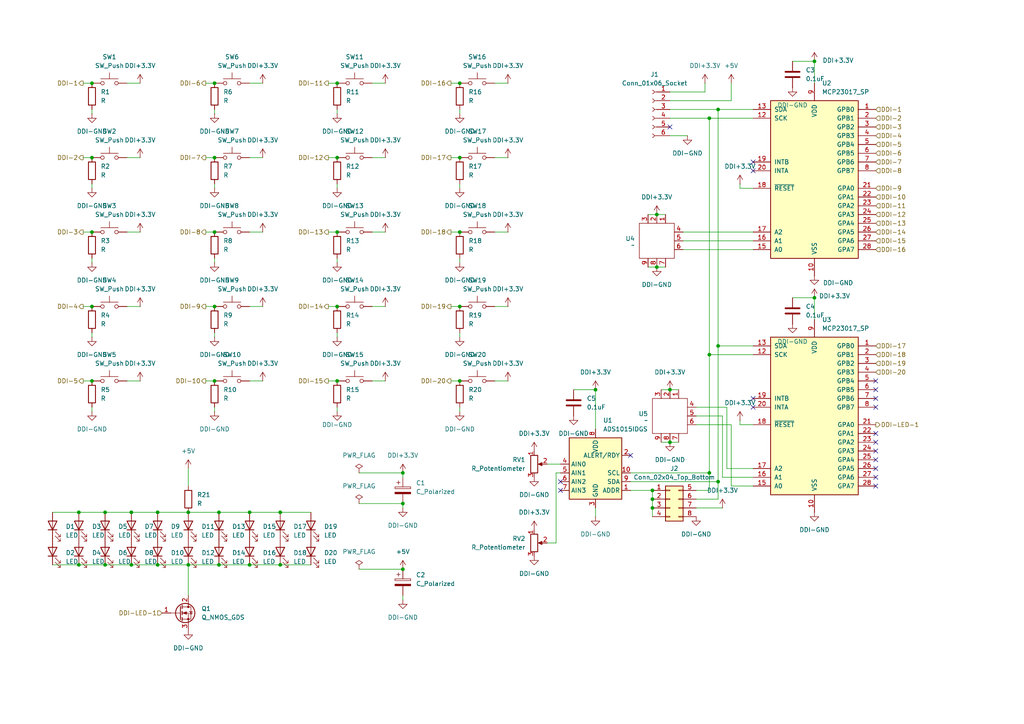
<source format=kicad_sch>
(kicad_sch (version 20231120) (generator "eeschema") (generator_version "8.0")
  (paper "A4")
  (junction (at 62.23 67.31))
  (junction (at 22.86 163.83))
  (junction (at 22.86 148.59))
  (junction (at 190.5 77.47))
  (junction (at 26.67 67.31))
  (junction (at 62.23 45.72))
  (junction (at 236.22 17.78))
  (junction (at 38.1 163.83))
  (junction (at 81.28 148.59))
  (junction (at 81.28 163.83))
  (junction (at 26.67 88.9))
  (junction (at 30.48 148.59))
  (junction (at 172.72 113.03))
  (junction (at 189.23 142.24))
  (junction (at 205.74 102.87))
  (junction (at 189.23 144.78))
  (junction (at 62.23 110.49))
  (junction (at 205.74 34.29))
  (junction (at 26.67 110.49))
  (junction (at 45.72 163.83))
  (junction (at 133.35 110.49))
  (junction (at 208.28 139.7))
  (junction (at 38.1 148.59))
  (junction (at 190.5 62.23))
  (junction (at 205.74 137.16))
  (junction (at 116.84 165.1))
  (junction (at 116.84 146.05))
  (junction (at 208.28 31.75))
  (junction (at 194.31 128.27))
  (junction (at 26.67 24.13))
  (junction (at 133.35 67.31))
  (junction (at 72.39 163.83))
  (junction (at 133.35 45.72))
  (junction (at 26.67 45.72))
  (junction (at 116.84 137.16))
  (junction (at 236.22 86.36))
  (junction (at 63.5 148.59))
  (junction (at 54.61 163.83))
  (junction (at 97.79 24.13))
  (junction (at 62.23 24.13))
  (junction (at 72.39 148.59))
  (junction (at 30.48 163.83))
  (junction (at 97.79 67.31))
  (junction (at 97.79 45.72))
  (junction (at 97.79 110.49))
  (junction (at 133.35 24.13))
  (junction (at 97.79 88.9))
  (junction (at 54.61 148.59))
  (junction (at 63.5 163.83))
  (junction (at 45.72 148.59))
  (junction (at 194.31 113.03))
  (junction (at 189.23 147.32))
  (junction (at 62.23 88.9))
  (junction (at 133.35 88.9))
  (junction (at 208.28 100.33))
  (no_connect (at 254 133.35))
  (no_connect (at 254 135.89))
  (no_connect (at 218.44 46.99))
  (no_connect (at 254 128.27))
  (no_connect (at 162.56 139.7))
  (no_connect (at 162.56 142.24))
  (no_connect (at 218.44 49.53))
  (no_connect (at 254 113.03))
  (no_connect (at 182.88 132.08))
  (no_connect (at 254 125.73))
  (no_connect (at 194.31 36.83))
  (no_connect (at 254 118.11))
  (no_connect (at 254 138.43))
  (no_connect (at 254 130.81))
  (no_connect (at 254 140.97))
  (no_connect (at 254 110.49))
  (no_connect (at 254 115.57))
  (no_connect (at 218.44 115.57))
  (no_connect (at 218.44 118.11))
  (wire (pts (xy 97.79 74.93) (xy 97.79 76.2)))
  (wire (pts (xy 54.61 163.83) (xy 63.5 163.83)))
  (wire (pts (xy 107.95 67.31) (xy 111.76 67.31)))
  (wire (pts (xy 189.23 147.32) (xy 189.23 149.86)))
  (wire (pts (xy 201.93 118.11) (xy 210.82 118.11)))
  (wire (pts (xy 214.63 123.19) (xy 218.44 123.19)))
  (wire (pts (xy 190.5 77.47) (xy 193.04 77.47)))
  (wire (pts (xy 143.51 45.72) (xy 147.32 45.72)))
  (wire (pts (xy 201.93 144.78) (xy 208.28 144.78)))
  (wire (pts (xy 161.29 137.16) (xy 161.29 157.48)))
  (wire (pts (xy 191.77 128.27) (xy 194.31 128.27)))
  (wire (pts (xy 204.47 24.13) (xy 204.47 26.67)))
  (wire (pts (xy 72.39 110.49) (xy 76.2 110.49)))
  (wire (pts (xy 236.22 86.36) (xy 236.22 92.71)))
  (wire (pts (xy 26.67 53.34) (xy 26.67 54.61)))
  (wire (pts (xy 210.82 135.89) (xy 218.44 135.89)))
  (wire (pts (xy 208.28 31.75) (xy 208.28 100.33)))
  (wire (pts (xy 133.35 31.75) (xy 133.35 33.02)))
  (wire (pts (xy 214.63 121.92) (xy 214.63 123.19)))
  (wire (pts (xy 218.44 102.87) (xy 205.74 102.87)))
  (wire (pts (xy 26.67 74.93) (xy 26.67 76.2)))
  (wire (pts (xy 95.25 67.31) (xy 97.79 67.31)))
  (wire (pts (xy 201.93 123.19) (xy 212.09 123.19)))
  (wire (pts (xy 62.23 74.93) (xy 62.23 76.2)))
  (wire (pts (xy 97.79 53.34) (xy 97.79 54.61)))
  (wire (pts (xy 38.1 148.59) (xy 45.72 148.59)))
  (wire (pts (xy 95.25 24.13) (xy 97.79 24.13)))
  (wire (pts (xy 104.14 137.16) (xy 116.84 137.16)))
  (wire (pts (xy 24.13 24.13) (xy 26.67 24.13)))
  (wire (pts (xy 72.39 148.59) (xy 81.28 148.59)))
  (wire (pts (xy 36.83 24.13) (xy 40.64 24.13)))
  (wire (pts (xy 172.72 124.46) (xy 172.72 113.03)))
  (wire (pts (xy 107.95 88.9) (xy 111.76 88.9)))
  (wire (pts (xy 212.09 123.19) (xy 212.09 140.97)))
  (wire (pts (xy 104.14 146.05) (xy 116.84 146.05)))
  (wire (pts (xy 143.51 88.9) (xy 147.32 88.9)))
  (wire (pts (xy 143.51 24.13) (xy 147.32 24.13)))
  (wire (pts (xy 187.96 62.23) (xy 190.5 62.23)))
  (wire (pts (xy 81.28 163.83) (xy 90.17 163.83)))
  (wire (pts (xy 205.74 34.29) (xy 205.74 102.87)))
  (wire (pts (xy 194.31 128.27) (xy 196.85 128.27)))
  (wire (pts (xy 107.95 24.13) (xy 111.76 24.13)))
  (wire (pts (xy 189.23 142.24) (xy 182.88 142.24)))
  (wire (pts (xy 59.69 45.72) (xy 62.23 45.72)))
  (wire (pts (xy 45.72 148.59) (xy 54.61 148.59)))
  (wire (pts (xy 189.23 144.78) (xy 189.23 147.32)))
  (wire (pts (xy 59.69 88.9) (xy 62.23 88.9)))
  (wire (pts (xy 15.24 148.59) (xy 22.86 148.59)))
  (wire (pts (xy 172.72 147.32) (xy 172.72 149.86)))
  (wire (pts (xy 54.61 163.83) (xy 54.61 172.72)))
  (wire (pts (xy 72.39 24.13) (xy 76.2 24.13)))
  (wire (pts (xy 189.23 142.24) (xy 189.23 144.78)))
  (wire (pts (xy 236.22 17.78) (xy 236.22 24.13)))
  (wire (pts (xy 229.87 86.36) (xy 236.22 86.36)))
  (wire (pts (xy 133.35 118.11) (xy 133.35 119.38)))
  (wire (pts (xy 62.23 53.34) (xy 62.23 54.61)))
  (wire (pts (xy 24.13 110.49) (xy 26.67 110.49)))
  (wire (pts (xy 72.39 88.9) (xy 76.2 88.9)))
  (wire (pts (xy 36.83 110.49) (xy 40.64 110.49)))
  (wire (pts (xy 62.23 31.75) (xy 62.23 33.02)))
  (wire (pts (xy 133.35 74.93) (xy 133.35 76.2)))
  (wire (pts (xy 190.5 62.23) (xy 193.04 62.23)))
  (wire (pts (xy 54.61 135.89) (xy 54.61 140.97)))
  (wire (pts (xy 143.51 67.31) (xy 147.32 67.31)))
  (wire (pts (xy 194.31 113.03) (xy 196.85 113.03)))
  (wire (pts (xy 130.81 88.9) (xy 133.35 88.9)))
  (wire (pts (xy 36.83 67.31) (xy 40.64 67.31)))
  (wire (pts (xy 72.39 163.83) (xy 81.28 163.83)))
  (wire (pts (xy 54.61 148.59) (xy 63.5 148.59)))
  (wire (pts (xy 187.96 77.47) (xy 190.5 77.47)))
  (wire (pts (xy 95.25 45.72) (xy 97.79 45.72)))
  (wire (pts (xy 229.87 17.78) (xy 236.22 17.78)))
  (wire (pts (xy 130.81 110.49) (xy 133.35 110.49)))
  (wire (pts (xy 182.88 137.16) (xy 205.74 137.16)))
  (wire (pts (xy 97.79 96.52) (xy 97.79 97.79)))
  (wire (pts (xy 95.25 110.49) (xy 97.79 110.49)))
  (wire (pts (xy 133.35 53.34) (xy 133.35 54.61)))
  (wire (pts (xy 104.14 165.1) (xy 116.84 165.1)))
  (wire (pts (xy 107.95 110.49) (xy 111.76 110.49)))
  (wire (pts (xy 212.09 29.21) (xy 212.09 24.13)))
  (wire (pts (xy 205.74 34.29) (xy 218.44 34.29)))
  (wire (pts (xy 133.35 96.52) (xy 133.35 97.79)))
  (wire (pts (xy 208.28 31.75) (xy 218.44 31.75)))
  (wire (pts (xy 201.93 147.32) (xy 209.55 147.32)))
  (wire (pts (xy 208.28 144.78) (xy 208.28 139.7)))
  (wire (pts (xy 198.12 67.31) (xy 218.44 67.31)))
  (wire (pts (xy 26.67 96.52) (xy 26.67 97.79)))
  (wire (pts (xy 62.23 118.11) (xy 62.23 119.38)))
  (wire (pts (xy 194.31 34.29) (xy 205.74 34.29)))
  (wire (pts (xy 38.1 163.83) (xy 45.72 163.83)))
  (wire (pts (xy 81.28 148.59) (xy 90.17 148.59)))
  (wire (pts (xy 116.84 146.05) (xy 116.84 147.32)))
  (wire (pts (xy 209.55 120.65) (xy 201.93 120.65)))
  (wire (pts (xy 36.83 88.9) (xy 40.64 88.9)))
  (wire (pts (xy 15.24 163.83) (xy 22.86 163.83)))
  (wire (pts (xy 26.67 31.75) (xy 26.67 33.02)))
  (wire (pts (xy 214.63 53.34) (xy 214.63 54.61)))
  (wire (pts (xy 143.51 110.49) (xy 147.32 110.49)))
  (wire (pts (xy 59.69 110.49) (xy 62.23 110.49)))
  (wire (pts (xy 194.31 39.37) (xy 199.39 39.37)))
  (wire (pts (xy 166.37 113.03) (xy 172.72 113.03)))
  (wire (pts (xy 97.79 118.11) (xy 97.79 119.38)))
  (wire (pts (xy 130.81 67.31) (xy 133.35 67.31)))
  (wire (pts (xy 218.44 138.43) (xy 209.55 138.43)))
  (wire (pts (xy 63.5 148.59) (xy 72.39 148.59)))
  (wire (pts (xy 116.84 138.43) (xy 116.84 137.16)))
  (wire (pts (xy 205.74 102.87) (xy 205.74 137.16)))
  (wire (pts (xy 194.31 26.67) (xy 204.47 26.67)))
  (wire (pts (xy 208.28 100.33) (xy 208.28 139.7)))
  (wire (pts (xy 130.81 45.72) (xy 133.35 45.72)))
  (wire (pts (xy 158.75 134.62) (xy 162.56 134.62)))
  (wire (pts (xy 209.55 138.43) (xy 209.55 120.65)))
  (wire (pts (xy 30.48 148.59) (xy 38.1 148.59)))
  (wire (pts (xy 130.81 24.13) (xy 133.35 24.13)))
  (wire (pts (xy 218.44 100.33) (xy 208.28 100.33)))
  (wire (pts (xy 201.93 142.24) (xy 205.74 142.24)))
  (wire (pts (xy 194.31 31.75) (xy 208.28 31.75)))
  (wire (pts (xy 24.13 45.72) (xy 26.67 45.72)))
  (wire (pts (xy 194.31 29.21) (xy 212.09 29.21)))
  (wire (pts (xy 72.39 45.72) (xy 76.2 45.72)))
  (wire (pts (xy 62.23 96.52) (xy 62.23 97.79)))
  (wire (pts (xy 22.86 148.59) (xy 30.48 148.59)))
  (wire (pts (xy 24.13 67.31) (xy 26.67 67.31)))
  (wire (pts (xy 72.39 67.31) (xy 76.2 67.31)))
  (wire (pts (xy 30.48 163.83) (xy 38.1 163.83)))
  (wire (pts (xy 198.12 72.39) (xy 218.44 72.39)))
  (wire (pts (xy 59.69 24.13) (xy 62.23 24.13)))
  (wire (pts (xy 59.69 67.31) (xy 62.23 67.31)))
  (wire (pts (xy 116.84 172.72) (xy 116.84 173.99)))
  (wire (pts (xy 45.72 163.83) (xy 54.61 163.83)))
  (wire (pts (xy 97.79 31.75) (xy 97.79 33.02)))
  (wire (pts (xy 95.25 88.9) (xy 97.79 88.9)))
  (wire (pts (xy 36.83 45.72) (xy 40.64 45.72)))
  (wire (pts (xy 182.88 139.7) (xy 208.28 139.7)))
  (wire (pts (xy 22.86 163.83) (xy 30.48 163.83)))
  (wire (pts (xy 191.77 113.03) (xy 194.31 113.03)))
  (wire (pts (xy 107.95 45.72) (xy 111.76 45.72)))
  (wire (pts (xy 198.12 69.85) (xy 218.44 69.85)))
  (wire (pts (xy 218.44 54.61) (xy 214.63 54.61)))
  (wire (pts (xy 158.75 157.48) (xy 161.29 157.48)))
  (wire (pts (xy 210.82 118.11) (xy 210.82 135.89)))
  (wire (pts (xy 26.67 118.11) (xy 26.67 119.38)))
  (wire (pts (xy 63.5 163.83) (xy 72.39 163.83)))
  (wire (pts (xy 161.29 137.16) (xy 162.56 137.16)))
  (wire (pts (xy 212.09 140.97) (xy 218.44 140.97)))
  (wire (pts (xy 205.74 142.24) (xy 205.74 137.16)))
  (wire (pts (xy 24.13 88.9) (xy 26.67 88.9)))
  (hierarchical_label "DDI-19" (shape input) (at 254 105.41 0))
  (hierarchical_label "DDI-10" (shape input) (at 254 57.15 0))
  (hierarchical_label "DDI-2" (shape input) (at 254 34.29 0))
  (hierarchical_label "DDI-4" (shape input) (at 254 39.37 0))
  (hierarchical_label "DDI-4" (shape output) (at 24.13 88.9 180))
  (hierarchical_label "DDI-14" (shape input) (at 254 67.31 0))
  (hierarchical_label "DDI-5" (shape output) (at 24.13 110.49 180))
  (hierarchical_label "DDI-14" (shape output) (at 95.25 88.9 180))
  (hierarchical_label "DDI-2" (shape output) (at 24.13 45.72 180))
  (hierarchical_label "DDI-17" (shape input) (at 254 100.33 0))
  (hierarchical_label "DDI-13" (shape output) (at 95.25 67.31 180))
  (hierarchical_label "DDI-8" (shape output) (at 59.69 67.31 180))
  (hierarchical_label "DDI-12" (shape input) (at 254 62.23 0))
  (hierarchical_label "DDI-13" (shape input) (at 254 64.77 0))
  (hierarchical_label "DDI-20" (shape output) (at 130.81 110.49 180))
  (hierarchical_label "DDI-7" (shape input) (at 254 46.99 0))
  (hierarchical_label "DDI-5" (shape input) (at 254 41.91 0))
  (hierarchical_label "DDI-8" (shape input) (at 254 49.53 0))
  (hierarchical_label "DDI-LED-1" (shape input) (at 46.99 177.8 180))
  (hierarchical_label "DDI-6" (shape input) (at 254 44.45 0))
  (hierarchical_label "DDI-7" (shape output) (at 59.69 45.72 180))
  (hierarchical_label "DDI-11" (shape input) (at 254 59.69 0))
  (hierarchical_label "DDI-3" (shape output) (at 24.13 67.31 180))
  (hierarchical_label "DDI-20" (shape input) (at 254 107.95 0))
  (hierarchical_label "DDI-15" (shape input) (at 254 69.85 0))
  (hierarchical_label "DDI-6" (shape output) (at 59.69 24.13 180))
  (hierarchical_label "DDI-17" (shape output) (at 130.81 45.72 180))
  (hierarchical_label "DDI-11" (shape output) (at 95.25 24.13 180))
  (hierarchical_label "DDI-9" (shape output) (at 59.69 88.9 180))
  (hierarchical_label "DDI-3" (shape input) (at 254 36.83 0))
  (hierarchical_label "DDI-1" (shape output) (at 24.13 24.13 180))
  (hierarchical_label "DDI-18" (shape input) (at 254 102.87 0))
  (hierarchical_label "DDI-LED-1" (shape output) (at 254 123.19 0))
  (hierarchical_label "DDI-9" (shape input) (at 254 54.61 0))
  (hierarchical_label "DDI-1" (shape input) (at 254 31.75 0))
  (hierarchical_label "DDI-15" (shape output) (at 95.25 110.49 180))
  (hierarchical_label "DDI-16" (shape input) (at 254 72.39 0))
  (hierarchical_label "DDI-18" (shape output) (at 130.81 67.31 180))
  (hierarchical_label "DDI-12" (shape output) (at 95.25 45.72 180))
  (hierarchical_label "DDI-16" (shape output) (at 130.81 24.13 180))
  (hierarchical_label "DDI-19" (shape output) (at 130.81 88.9 180))
  (hierarchical_label "DDI-10" (shape output) (at 59.69 110.49 180))
  (symbol (lib_id "power:+3.3V") (at 236.22 86.36 0) (unit 1)
    (property "Reference" "#PWR056" (effects (hide yes)))
    (property "Value" "DDI+3.3V" (at 242.062 85.852 0))
    (property "Description" "Power symbol creates a global label with name \"+3.3V\"" (effects (hide yes)))
  )
  (symbol (lib_id "Switch:SW_Push") (at 138.43 45.72 0) (unit 1)
    (property "Reference" "SW17" (at 138.43 38.1 0))
    (property "Value" "SW_Push" (at 138.43 40.64 0))
    (property "Footprint" "Button_Switch_THT:SW_PUSH-12mm" (effects (hide yes)))
    (property "Description" "Push button switch, generic, two pins" (effects (hide yes)))
  )
  (symbol (lib_id "power:+3.3V") (at 40.64 110.49 0) (unit 1)
    (property "Reference" "#PWR012" (effects (hide yes)))
    (property "Value" "DDI+3.3V" (at 40.64 105.41 0))
    (property "Description" "Power symbol creates a global label with name \"+3.3V\"" (effects (hide yes)))
  )
  (symbol (lib_id "power:+3.3V") (at 76.2 24.13 0) (unit 1)
    (property "Reference" "#PWR018" (effects (hide yes)))
    (property "Value" "DDI+3.3V" (at 76.2 19.05 0))
    (property "Description" "Power symbol creates a global label with name \"+3.3V\"" (effects (hide yes)))
  )
  (symbol (lib_id "Switch:SW_Push") (at 102.87 110.49 0) (unit 1)
    (property "Reference" "SW15" (at 102.87 102.87 0))
    (property "Value" "SW_Push" (at 102.87 105.41 0))
    (property "Footprint" "Button_Switch_THT:SW_PUSH-12mm" (effects (hide yes)))
    (property "Description" "Push button switch, generic, two pins" (effects (hide yes)))
  )
  (symbol (lib_id "power:GND") (at 26.67 76.2 0) (unit 1)
    (property "Reference" "#PWR03" (effects (hide yes)))
    (property "Value" "DDI-GND" (at 26.67 81.28 0))
    (property "Description" "Power symbol creates a global label with name \"GND\" , ground" (effects (hide yes)))
  )
  (symbol (lib_id "Device:LED") (at 45.72 152.4 90) (unit 1) (on_board no)
    (property "Reference" "D9" (at 49.53 152.7174 90) (effects (justify right)))
    (property "Value" "LED" (at 49.53 155.2574 90) (effects (justify right)))
    (property "Footprint" "LED_SMD:LED_2010_5025Metric_Pad1.52x2.65mm_HandSolder" (effects (hide yes)))
    (property "Description" "Light emitting diode" (effects (hide yes)))
  )
  (symbol (lib_id "Device:LED") (at 38.1 160.02 90) (unit 1) (on_board no)
    (property "Reference" "D8" (at 41.91 160.3374 90) (effects (justify right)))
    (property "Value" "LED" (at 41.91 162.8774 90) (effects (justify right)))
    (property "Footprint" "LED_SMD:LED_2010_5025Metric_Pad1.52x2.65mm_HandSolder" (effects (hide yes)))
    (property "Description" "Light emitting diode" (effects (hide yes)))
  )
  (symbol (lib_id "Device:R_Potentiometer") (at 154.94 134.62 0) (unit 1) (on_board no)
    (property "Reference" "RV1" (at 152.4 133.3499 0) (effects (justify right)))
    (property "Value" "R_Potentiometer" (at 152.4 135.8899 0) (effects (justify right)))
    (property "Description" "Potentiometer" (effects (hide yes)))
  )
  (symbol (lib_id "Connector_Generic:Conn_02x04_Top_Bottom") (at 194.31 144.78 0) (unit 1)
    (property "Reference" "J2" (at 195.58 135.89 0))
    (property "Value" "Conn_02x04_Top_Bottom" (at 195.58 138.43 0))
    (property "Footprint" "Connector_PinSocket_2.54mm:PinSocket_2x04_P2.54mm_Vertical" (effects (hide yes)))
    (property "Description" "Generic connector, double row, 02x04, top/bottom pin numbering scheme (row 1: 1...pins_per_row, row2: pins_per_row+1 ... num_pins), script generated (kicad-library-utils/schlib/autogen/connector/)" (effects (hide yes)))
  )
  (symbol (lib_id "Device:C") (at 166.37 116.84 0) (unit 1)
    (property "Reference" "C5" (at 170.18 115.5699 0) (effects (justify left)))
    (property "Value" "0.1uF" (at 170.18 118.1099 0) (effects (justify left)))
    (property "Footprint" "Capacitor_THT:C_Disc_D3.8mm_W2.6mm_P2.50mm" (effects (hide yes)))
    (property "Description" "Unpolarized capacitor" (effects (hide yes)))
  )
  (symbol (lib_id "power:GND") (at 116.84 173.99 0) (unit 1)
    (property "Reference" "#PWR059" (effects (hide yes)))
    (property "Value" "DDI-GND" (at 116.84 179.07 0))
    (property "Description" "Power symbol creates a global label with name \"GND\" , ground" (effects (hide yes)))
  )
  (symbol (lib_id "power:+3.3V") (at 40.64 45.72 0) (unit 1)
    (property "Reference" "#PWR09" (effects (hide yes)))
    (property "Value" "DDI+3.3V" (at 40.64 40.64 0))
    (property "Description" "Power symbol creates a global label with name \"+3.3V\"" (effects (hide yes)))
  )
  (symbol (lib_id "Device:Q_NMOS_GDS") (at 52.07 177.8 0) (unit 1)
    (property "Reference" "Q1" (at 58.42 176.5299 0) (effects (justify left)))
    (property "Value" "Q_NMOS_GDS" (at 58.42 179.0699 0) (effects (justify left)))
    (property "Footprint" "Package_TO_SOT_THT:TO-220-3_Horizontal_TabDown" (effects (hide yes)))
    (property "Description" "N-MOSFET transistor, gate/drain/source" (effects (hide yes)))
  )
  (symbol (lib_id "power:GND") (at 97.79 76.2 0) (unit 1)
    (property "Reference" "#PWR025" (effects (hide yes)))
    (property "Value" "DDI-GND" (at 97.79 81.28 0))
    (property "Description" "Power symbol creates a global label with name \"GND\" , ground" (effects (hide yes)))
  )
  (symbol (lib_id "Switch:SW_Push") (at 31.75 67.31 0) (unit 1)
    (property "Reference" "SW3" (at 31.75 59.69 0))
    (property "Value" "SW_Push" (at 31.75 62.23 0))
    (property "Footprint" "Button_Switch_THT:SW_PUSH-12mm" (effects (hide yes)))
    (property "Description" "Push button switch, generic, two pins" (effects (hide yes)))
  )
  (symbol (lib_id "power:+3.3V") (at 204.47 24.13 0) (unit 1)
    (property "Reference" "#PWR063" (effects (hide yes)))
    (property "Value" "DDI+3.3V" (at 204.47 19.05 0))
    (property "Description" "Power symbol creates a global label with name \"+3.3V\"" (effects (hide yes)))
  )
  (symbol (lib_id "Device:R") (at 26.67 71.12 0) (unit 1)
    (property "Reference" "R3" (at 29.21 69.8499 0) (effects (justify left)))
    (property "Value" "R" (at 29.21 72.3899 0) (effects (justify left)))
    (property "Footprint" "Resistor_THT:R_Axial_DIN0207_L6.3mm_D2.5mm_P7.62mm_Horizontal" (effects (hide yes)))
    (property "Description" "Resistor" (effects (hide yes)))
  )
  (symbol (lib_id "power:+3.3V") (at 76.2 45.72 0) (unit 1)
    (property "Reference" "#PWR019" (effects (hide yes)))
    (property "Value" "DDI+3.3V" (at 76.2 40.64 0))
    (property "Description" "Power symbol creates a global label with name \"+3.3V\"" (effects (hide yes)))
  )
  (symbol (lib_id "power:+3.3V") (at 154.94 153.67 0) (unit 1)
    (property "Reference" "#PWR030" (effects (hide yes)))
    (property "Value" "DDI+3.3V" (at 154.94 148.59 0))
    (property "Description" "Power symbol creates a global label with name \"+3.3V\"" (effects (hide yes)))
  )
  (symbol (lib_id "power:+3.3V") (at 76.2 67.31 0) (unit 1)
    (property "Reference" "#PWR020" (effects (hide yes)))
    (property "Value" "DDI+3.3V" (at 76.2 62.23 0))
    (property "Description" "Power symbol creates a global label with name \"+3.3V\"" (effects (hide yes)))
  )
  (symbol (lib_id "Switch:SW_Push") (at 67.31 24.13 0) (unit 1)
    (property "Reference" "SW6" (at 67.31 16.51 0))
    (property "Value" "SW_Push" (at 67.31 19.05 0))
    (property "Footprint" "Button_Switch_THT:SW_PUSH-12mm" (effects (hide yes)))
    (property "Description" "Push button switch, generic, two pins" (effects (hide yes)))
  )
  (symbol (lib_id "Device:R") (at 26.67 114.3 0) (unit 1)
    (property "Reference" "R5" (at 29.21 113.0299 0) (effects (justify left)))
    (property "Value" "R" (at 29.21 115.5699 0) (effects (justify left)))
    (property "Footprint" "Resistor_THT:R_Axial_DIN0207_L6.3mm_D2.5mm_P7.62mm_Horizontal" (effects (hide yes)))
    (property "Description" "Resistor" (effects (hide yes)))
  )
  (symbol (lib_id "power:+3.3V") (at 214.63 121.92 0) (unit 1)
    (property "Reference" "#PWR051" (effects (hide yes)))
    (property "Value" "DDI+3.3V" (at 214.63 116.84 0))
    (property "Description" "Power symbol creates a global label with name \"+3.3V\"" (effects (hide yes)))
  )
  (symbol (lib_id "power:GND") (at 190.5 77.47 0) (unit 1)
    (property "Reference" "#PWR067" (effects (hide yes)))
    (property "Value" "DDI-GND" (at 190.5 82.55 0))
    (property "Description" "Power symbol creates a global label with name \"GND\" , ground" (effects (hide yes)))
  )
  (symbol (lib_id "Device:LED") (at 15.24 160.02 90) (unit 1) (on_board no)
    (property "Reference" "D2" (at 19.05 160.3374 90) (effects (justify right)))
    (property "Value" "LED" (at 19.05 162.8774 90) (effects (justify right)))
    (property "Footprint" "LED_SMD:LED_2010_5025Metric_Pad1.52x2.65mm_HandSolder" (effects (hide yes)))
    (property "Description" "Light emitting diode" (effects (hide yes)))
  )
  (symbol (lib_id "power:+3.3V") (at 194.31 113.03 0) (unit 1)
    (property "Reference" "#PWR049" (effects (hide yes)))
    (property "Value" "DDI+3.3V" (at 194.31 107.95 0))
    (property "Description" "Power symbol creates a global label with name \"+3.3V\"" (effects (hide yes)))
  )
  (symbol (lib_id "Device:C") (at 229.87 21.59 0) (unit 1)
    (property "Reference" "C3" (at 233.68 20.3199 0) (effects (justify left)))
    (property "Value" "0.1uF" (at 233.68 22.8599 0) (effects (justify left)))
    (property "Footprint" "Capacitor_THT:C_Disc_D3.8mm_W2.6mm_P2.50mm" (effects (hide yes)))
    (property "Description" "Unpolarized capacitor" (effects (hide yes)))
  )
  (symbol (lib_id "power:GND") (at 116.84 147.32 0) (unit 1)
    (property "Reference" "#PWR07" (effects (hide yes)))
    (property "Value" "DDI-GND" (at 116.84 152.4 0))
    (property "Description" "Power symbol creates a global label with name \"GND\" , ground" (effects (hide yes)))
  )
  (symbol (lib_id "Device:LED") (at 90.17 152.4 90) (unit 1) (on_board no)
    (property "Reference" "D19" (at 93.98 152.7174 90) (effects (justify right)))
    (property "Value" "LED" (at 93.98 155.2574 90) (effects (justify right)))
    (property "Footprint" "LED_SMD:LED_2010_5025Metric_Pad1.52x2.65mm_HandSolder" (effects (hide yes)))
    (property "Description" "Light emitting diode" (effects (hide yes)))
  )
  (symbol (lib_id "Device:LED") (at 72.39 160.02 90) (unit 1) (on_board no)
    (property "Reference" "D16" (at 76.2 160.3374 90) (effects (justify right)))
    (property "Value" "LED" (at 76.2 162.8774 90) (effects (justify right)))
    (property "Footprint" "LED_SMD:LED_2010_5025Metric_Pad1.52x2.65mm_HandSolder" (effects (hide yes)))
    (property "Description" "Light emitting diode" (effects (hide yes)))
  )
  (symbol (lib_id "Connector:Conn_01x06_Socket") (at 189.23 31.75 0) (mirror y) (unit 1)
    (property "Reference" "J1" (at 189.865 21.59 0))
    (property "Value" "Conn_01x06_Socket" (at 189.865 24.13 0))
    (property "Footprint" "Connector_JST:JST_XH_S6B-XH-A-1_1x06_P2.50mm_Horizontal" (effects (hide yes)))
    (property "Description" "Generic connector, single row, 01x06, script generated" (effects (hide yes)))
  )
  (symbol (lib_id "Device:R") (at 133.35 92.71 0) (unit 1)
    (property "Reference" "R19" (at 135.89 91.4399 0) (effects (justify left)))
    (property "Value" "R" (at 135.89 93.9799 0) (effects (justify left)))
    (property "Footprint" "Resistor_THT:R_Axial_DIN0207_L6.3mm_D2.5mm_P7.62mm_Horizontal" (effects (hide yes)))
    (property "Description" "Resistor" (effects (hide yes)))
  )
  (symbol (lib_id "Device:R") (at 62.23 71.12 0) (unit 1)
    (property "Reference" "R8" (at 64.77 69.8499 0) (effects (justify left)))
    (property "Value" "R" (at 64.77 72.3899 0) (effects (justify left)))
    (property "Footprint" "Resistor_THT:R_Axial_DIN0207_L6.3mm_D2.5mm_P7.62mm_Horizontal" (effects (hide yes)))
    (property "Description" "Resistor" (effects (hide yes)))
  )
  (symbol (lib_id "Device:LED") (at 72.39 152.4 90) (unit 1) (on_board no)
    (property "Reference" "D15" (at 76.2 152.7174 90) (effects (justify right)))
    (property "Value" "LED" (at 76.2 155.2574 90) (effects (justify right)))
    (property "Footprint" "LED_SMD:LED_2010_5025Metric_Pad1.52x2.65mm_HandSolder" (effects (hide yes)))
    (property "Description" "Light emitting diode" (effects (hide yes)))
  )
  (symbol (lib_id "Switch:SW_Push") (at 67.31 88.9 0) (unit 1)
    (property "Reference" "SW9" (at 67.31 81.28 0))
    (property "Value" "SW_Push" (at 67.31 83.82 0))
    (property "Footprint" "Button_Switch_THT:SW_PUSH-12mm" (effects (hide yes)))
    (property "Description" "Push button switch, generic, two pins" (effects (hide yes)))
  )
  (symbol (lib_id "power:GND") (at 62.23 33.02 0) (unit 1)
    (property "Reference" "#PWR013" (effects (hide yes)))
    (property "Value" "DDI-GND" (at 62.23 38.1 0))
    (property "Description" "Power symbol creates a global label with name \"GND\" , ground" (effects (hide yes)))
  )
  (symbol (lib_id "power:GND") (at 133.35 119.38 0) (unit 1)
    (property "Reference" "#PWR041" (effects (hide yes)))
    (property "Value" "DDI-GND" (at 133.35 124.46 0))
    (property "Description" "Power symbol creates a global label with name \"GND\" , ground" (effects (hide yes)))
  )
  (symbol (lib_id "Interface_Expansion:MCP23017_SP") (at 236.22 120.65 0) (unit 1)
    (property "Reference" "U3" (at 238.4141 92.71 0) (effects (justify left)))
    (property "Value" "MCP23017_SP" (at 238.4141 95.25 0) (effects (justify left)))
    (property "Footprint" "Package_DIP:DIP-28_W7.62mm" (effects (hide yes)))
    (property "Datasheet" "http://ww1.microchip.com/downloads/en/DeviceDoc/20001952C.pdf" (effects (hide yes)))
    (property "Description" "16-bit I/O expander, I2C, interrupts, w pull-ups, SPDIP-28" (effects (hide yes)))
  )
  (symbol (lib_id "Device:R") (at 133.35 27.94 0) (unit 1)
    (property "Reference" "R16" (at 135.89 26.6699 0) (effects (justify left)))
    (property "Value" "R" (at 135.89 29.2099 0) (effects (justify left)))
    (property "Footprint" "Resistor_THT:R_Axial_DIN0207_L6.3mm_D2.5mm_P7.62mm_Horizontal" (effects (hide yes)))
    (property "Description" "Resistor" (effects (hide yes)))
  )
  (symbol (lib_id "power:GND") (at 194.31 128.27 0) (unit 1)
    (property "Reference" "#PWR052" (effects (hide yes)))
    (property "Value" "DDI-GND" (at 194.31 133.35 0))
    (property "Description" "Power symbol creates a global label with name \"GND\" , ground" (effects (hide yes)))
  )
  (symbol (lib_id "Switch:SW_Push") (at 67.31 45.72 0) (unit 1)
    (property "Reference" "SW7" (at 67.31 38.1 0))
    (property "Value" "SW_Push" (at 67.31 40.64 0))
    (property "Footprint" "Button_Switch_THT:SW_PUSH-12mm" (effects (hide yes)))
    (property "Description" "Push button switch, generic, two pins" (effects (hide yes)))
  )
  (symbol (lib_id "Switch:SW_Push") (at 138.43 88.9 0) (unit 1)
    (property "Reference" "SW19" (at 138.43 81.28 0))
    (property "Value" "SW_Push" (at 138.43 83.82 0))
    (property "Footprint" "Button_Switch_THT:SW_PUSH-12mm" (effects (hide yes)))
    (property "Description" "Push button switch, generic, two pins" (effects (hide yes)))
  )
  (symbol (lib_id "power:+5V") (at 212.09 24.13 0) (unit 1)
    (property "Reference" "#PWR064" (effects (hide yes)))
    (property "Value" "+5V" (at 212.09 19.05 0))
    (property "Description" "Power symbol creates a global label with name \"+5V\"" (effects (hide yes)))
  )
  (symbol (lib_id "power:GND") (at 166.37 120.65 0) (unit 1)
    (property "Reference" "#PWR070" (effects (hide yes)))
    (property "Value" "DDI-GND" (at 166.37 125.73 0))
    (property "Description" "Power symbol creates a global label with name \"GND\" , ground" (effects (hide yes)))
  )
  (symbol (lib_id "power:GND") (at 26.67 54.61 0) (unit 1)
    (property "Reference" "#PWR02" (effects (hide yes)))
    (property "Value" "DDI-GND" (at 26.67 59.69 0))
    (property "Description" "Power symbol creates a global label with name \"GND\" , ground" (effects (hide yes)))
  )
  (symbol (lib_id "power:GND") (at 133.35 97.79 0) (unit 1)
    (property "Reference" "#PWR040" (effects (hide yes)))
    (property "Value" "DDI-GND" (at 133.35 102.87 0))
    (property "Description" "Power symbol creates a global label with name \"GND\" , ground" (effects (hide yes)))
  )
  (symbol (lib_id "power:+3.3V") (at 76.2 110.49 0) (unit 1)
    (property "Reference" "#PWR022" (effects (hide yes)))
    (property "Value" "DDI+3.3V" (at 76.2 105.41 0))
    (property "Description" "Power symbol creates a global label with name \"+3.3V\"" (effects (hide yes)))
  )
  (symbol (lib_id "power:+3.3V") (at 214.63 53.34 0) (unit 1)
    (property "Reference" "#PWR050" (effects (hide yes)))
    (property "Value" "DDI+3.3V" (at 214.63 48.26 0))
    (property "Description" "Power symbol creates a global label with name \"+3.3V\"" (effects (hide yes)))
  )
  (symbol (lib_id "power:GND") (at 54.61 182.88 0) (unit 1)
    (property "Reference" "#PWR060" (effects (hide yes)))
    (property "Value" "DDI-GND" (at 54.61 187.96 0))
    (property "Description" "Power symbol creates a global label with name \"GND\" , ground" (effects (hide yes)))
  )
  (symbol (lib_id "power:GND") (at 236.22 80.01 0) (unit 1)
    (property "Reference" "#PWR055" (effects (hide yes)))
    (property "Value" "DDI-GND" (at 243.078 82.042 0))
    (property "Description" "Power symbol creates a global label with name \"GND\" , ground" (effects (hide yes)))
  )
  (symbol (lib_id "power:PWR_FLAG") (at 104.14 165.1 0) (unit 1)
    (property "Reference" "#FLG04" (effects (hide yes)))
    (property "Value" "PWR_FLAG" (at 104.14 160.02 0))
    (property "Description" "Special symbol for telling ERC where power comes from" (effects (hide yes)))
  )
  (symbol (lib_id "power:GND") (at 97.79 54.61 0) (unit 1)
    (property "Reference" "#PWR024" (effects (hide yes)))
    (property "Value" "DDI-GND" (at 97.79 59.69 0))
    (property "Description" "Power symbol creates a global label with name \"GND\" , ground" (effects (hide yes)))
  )
  (symbol (lib_id "power:GND") (at 97.79 119.38 0) (unit 1)
    (property "Reference" "#PWR027" (effects (hide yes)))
    (property "Value" "DDI-GND" (at 97.79 123.19 0))
    (property "Description" "Power symbol creates a global label with name \"GND\" , ground" (effects (hide yes)))
  )
  (symbol (lib_id "power:GND") (at 26.67 33.02 0) (unit 1)
    (property "Reference" "#PWR01" (effects (hide yes)))
    (property "Value" "DDI-GND" (at 26.67 38.1 0))
    (property "Description" "Power symbol creates a global label with name \"GND\" , ground" (effects (hide yes)))
  )
  (symbol (lib_id "Device:R") (at 62.23 114.3 0) (unit 1)
    (property "Reference" "R10" (at 64.77 113.0299 0) (effects (justify left)))
    (property "Value" "R" (at 64.77 115.5699 0) (effects (justify left)))
    (property "Footprint" "Resistor_THT:R_Axial_DIN0207_L6.3mm_D2.5mm_P7.62mm_Horizontal" (effects (hide yes)))
    (property "Description" "Resistor" (effects (hide yes)))
  )
  (symbol (lib_id "Device:R_Potentiometer") (at 154.94 157.48 0) (unit 1) (on_board no)
    (property "Reference" "RV2" (at 152.4 156.2099 0) (effects (justify right)))
    (property "Value" "R_Potentiometer" (at 152.4 158.7499 0) (effects (justify right)))
    (property "Description" "Potentiometer" (effects (hide yes)))
  )
  (symbol (lib_id "Device:R") (at 26.67 92.71 0) (unit 1)
    (property "Reference" "R4" (at 29.21 91.4399 0) (effects (justify left)))
    (property "Value" "R" (at 29.21 93.9799 0) (effects (justify left)))
    (property "Footprint" "Resistor_THT:R_Axial_DIN0207_L6.3mm_D2.5mm_P7.62mm_Horizontal" (effects (hide yes)))
    (property "Description" "Resistor" (effects (hide yes)))
  )
  (symbol (lib_id "Device:LED") (at 15.24 152.4 90) (unit 1) (on_board no)
    (property "Reference" "D1" (at 19.05 152.7174 90) (effects (justify right)))
    (property "Value" "LED" (at 19.05 155.2574 90) (effects (justify right)))
    (property "Footprint" "LED_SMD:LED_2010_5025Metric_Pad1.52x2.65mm_HandSolder" (effects (hide yes)))
    (property "Description" "Light emitting diode" (effects (hide yes)))
  )
  (symbol (lib_id "Device:R") (at 97.79 114.3 0) (unit 1)
    (property "Reference" "R15" (at 100.33 113.0299 0) (effects (justify left)))
    (property "Value" "R" (at 100.33 115.5699 0) (effects (justify left)))
    (property "Footprint" "Resistor_THT:R_Axial_DIN0207_L6.3mm_D2.5mm_P7.62mm_Horizontal" (effects (hide yes)))
    (property "Description" "Resistor" (effects (hide yes)))
  )
  (symbol (lib_id "Device:C_Polarized") (at 116.84 168.91 0) (unit 1)
    (property "Reference" "C2" (at 120.65 166.7509 0) (effects (justify left)))
    (property "Value" "C_Polarized" (at 120.65 169.2909 0) (effects (justify left)))
    (property "Footprint" "Capacitor_THT:CP_Radial_D5.0mm_P2.50mm" (effects (hide yes)))
    (property "Description" "Polarized capacitor" (effects (hide yes)))
  )
  (symbol (lib_id "Device:LED") (at 38.1 152.4 90) (unit 1) (on_board no)
    (property "Reference" "D7" (at 41.91 152.7174 90) (effects (justify right)))
    (property "Value" "LED" (at 41.91 155.2574 90) (effects (justify right)))
    (property "Footprint" "LED_SMD:LED_2010_5025Metric_Pad1.52x2.65mm_HandSolder" (effects (hide yes)))
    (property "Description" "Light emitting diode" (effects (hide yes)))
  )
  (symbol (lib_id "power:GND") (at 97.79 97.79 0) (unit 1)
    (property "Reference" "#PWR026" (effects (hide yes)))
    (property "Value" "DDI-GND" (at 97.79 102.87 0))
    (property "Description" "Power symbol creates a global label with name \"GND\" , ground" (effects (hide yes)))
  )
  (symbol (lib_id "power:+3.3V") (at 116.84 137.16 0) (unit 1)
    (property "Reference" "#PWR06" (effects (hide yes)))
    (property "Value" "DDI+3.3V" (at 116.84 132.08 0))
    (property "Description" "Power symbol creates a global label with name \"+3.3V\"" (effects (hide yes)))
  )
  (symbol (lib_id "power:+3.3V") (at 111.76 67.31 0) (unit 1)
    (property "Reference" "#PWR034" (effects (hide yes)))
    (property "Value" "DDI+3.3V" (at 111.76 62.23 0))
    (property "Description" "Power symbol creates a global label with name \"+3.3V\"" (effects (hide yes)))
  )
  (symbol (lib_id "Switch:SW_Push") (at 102.87 24.13 0) (unit 1)
    (property "Reference" "SW11" (at 102.87 16.51 0))
    (property "Value" "SW_Push" (at 102.87 19.05 0))
    (property "Footprint" "Button_Switch_THT:SW_PUSH-12mm" (effects (hide yes)))
    (property "Description" "Push button switch, generic, two pins" (effects (hide yes)))
  )
  (symbol (lib_id "Device:R") (at 54.61 144.78 0) (unit 1)
    (property "Reference" "R21" (at 57.15 143.5099 0) (effects (justify left)))
    (property "Value" "R" (at 57.15 146.0499 0) (effects (justify left)))
    (property "Footprint" "Resistor_THT:R_Axial_DIN0207_L6.3mm_D2.5mm_P7.62mm_Horizontal" (effects (hide yes)))
    (property "Description" "Resistor" (effects (hide yes)))
  )
  (symbol (lib_id "power:GND") (at 62.23 119.38 0) (unit 1)
    (property "Reference" "#PWR017" (effects (hide yes)))
    (property "Value" "DDI-GND" (at 62.23 124.46 0))
    (property "Description" "Power symbol creates a global label with name \"GND\" , ground" (effects (hide yes)))
  )
  (symbol (lib_id "Device:C") (at 229.87 90.17 0) (unit 1)
    (property "Reference" "C4" (at 233.68 88.8999 0) (effects (justify left)))
    (property "Value" "0.1uF" (at 233.68 91.4399 0) (effects (justify left)))
    (property "Footprint" "Capacitor_THT:C_Disc_D3.8mm_W2.6mm_P2.50mm" (effects (hide yes)))
    (property "Description" "Unpolarized capacitor" (effects (hide yes)))
  )
  (symbol (lib_id "Device:LED") (at 81.28 152.4 90) (unit 1) (on_board no)
    (property "Reference" "D17" (at 85.09 152.7174 90) (effects (justify right)))
    (property "Value" "LED" (at 85.09 155.2574 90) (effects (justify right)))
    (property "Footprint" "LED_SMD:LED_2010_5025Metric_Pad1.52x2.65mm_HandSolder" (effects (hide yes)))
    (property "Description" "Light emitting diode" (effects (hide yes)))
  )
  (symbol (lib_id "Device:C_Polarized") (at 116.84 142.24 0) (unit 1)
    (property "Reference" "C1" (at 120.65 140.0809 0) (effects (justify left)))
    (property "Value" "C_Polarized" (at 120.65 142.6209 0) (effects (justify left)))
    (property "Footprint" "Capacitor_THT:CP_Radial_D5.0mm_P2.50mm" (effects (hide yes)))
    (property "Description" "Polarized capacitor" (effects (hide yes)))
  )
  (symbol (lib_id "Interface_Expansion:MCP23017_SP") (at 236.22 52.07 0) (unit 1)
    (property "Reference" "U2" (at 238.4141 24.13 0) (effects (justify left)))
    (property "Value" "MCP23017_SP" (at 238.4141 26.67 0) (effects (justify left)))
    (property "Footprint" "Package_DIP:DIP-28_W7.62mm" (effects (hide yes)))
    (property "Datasheet" "http://ww1.microchip.com/downloads/en/DeviceDoc/20001952C.pdf" (effects (hide yes)))
    (property "Description" "16-bit I/O expander, I2C, interrupts, w pull-ups, SPDIP-28" (effects (hide yes)))
  )
  (symbol (lib_id "Device:LED") (at 30.48 152.4 90) (unit 1) (on_board no)
    (property "Reference" "D5" (at 34.29 152.7174 90) (effects (justify right)))
    (property "Value" "LED" (at 34.29 155.2574 90) (effects (justify right)))
    (property "Footprint" "LED_SMD:LED_2010_5025Metric_Pad1.52x2.65mm_HandSolder" (effects (hide yes)))
    (property "Description" "Light emitting diode" (effects (hide yes)))
  )
  (symbol (lib_id "Switch:SW_Push") (at 102.87 88.9 0) (unit 1)
    (property "Reference" "SW14" (at 102.87 81.28 0))
    (property "Value" "SW_Push" (at 102.87 83.82 0))
    (property "Footprint" "Button_Switch_THT:SW_PUSH-12mm" (effects (hide yes)))
    (property "Description" "Push button switch, generic, two pins" (effects (hide yes)))
  )
  (symbol (lib_id "power:GND") (at 133.35 54.61 0) (unit 1)
    (property "Reference" "#PWR038" (effects (hide yes)))
    (property "Value" "DDI-GND" (at 133.35 59.69 0))
    (property "Description" "Power symbol creates a global label with name \"GND\" , ground" (effects (hide yes)))
  )
  (symbol (lib_id "power:PWR_FLAG") (at 104.14 146.05 0) (unit 1)
    (property "Reference" "#FLG02" (effects (hide yes)))
    (property "Value" "PWR_FLAG" (at 104.14 140.97 0))
    (property "Description" "Special symbol for telling ERC where power comes from" (effects (hide yes)))
  )
  (symbol (lib_id "power:GND") (at 133.35 76.2 0) (unit 1)
    (property "Reference" "#PWR039" (effects (hide yes)))
    (property "Value" "DDI-GND" (at 133.35 81.28 0))
    (property "Description" "Power symbol creates a global label with name \"GND\" , ground" (effects (hide yes)))
  )
  (symbol (lib_id "Device:R") (at 133.35 71.12 0) (unit 1)
    (property "Reference" "R18" (at 135.89 69.8499 0) (effects (justify left)))
    (property "Value" "R" (at 135.89 72.3899 0) (effects (justify left)))
    (property "Footprint" "Resistor_THT:R_Axial_DIN0207_L6.3mm_D2.5mm_P7.62mm_Horizontal" (effects (hide yes)))
    (property "Description" "Resistor" (effects (hide yes)))
  )
  (symbol (lib_id "power:GND") (at 236.22 148.59 0) (unit 1)
    (property "Reference" "#PWR057" (effects (hide yes)))
    (property "Value" "DDI-GND" (at 236.22 153.67 0))
    (property "Description" "Power symbol creates a global label with name \"GND\" , ground" (effects (hide yes)))
  )
  (symbol (lib_id "Switch:SW_Push") (at 31.75 110.49 0) (unit 1)
    (property "Reference" "SW5" (at 31.75 102.87 0))
    (property "Value" "SW_Push" (at 31.75 105.41 0))
    (property "Footprint" "Button_Switch_THT:SW_PUSH-12mm" (effects (hide yes)))
    (property "Description" "Push button switch, generic, two pins" (effects (hide yes)))
  )
  (symbol (lib_id "power:GND") (at 172.72 149.86 0) (unit 1)
    (property "Reference" "#PWR043" (effects (hide yes)))
    (property "Value" "DDI-GND" (at 172.72 154.94 0))
    (property "Description" "Power symbol creates a global label with name \"GND\" , ground" (effects (hide yes)))
  )
  (symbol (lib_id "Device:LED") (at 54.61 160.02 90) (unit 1) (on_board no)
    (property "Reference" "D12" (at 58.42 160.3374 90) (effects (justify right)))
    (property "Value" "LED" (at 58.42 162.8774 90) (effects (justify right)))
    (property "Footprint" "LED_SMD:LED_2010_5025Metric_Pad1.52x2.65mm_HandSolder" (effects (hide yes)))
    (property "Description" "Light emitting diode" (effects (hide yes)))
  )
  (symbol (lib_id "Device:LED") (at 22.86 160.02 90) (unit 1) (on_board no)
    (property "Reference" "D4" (at 26.67 160.3374 90) (effects (justify right)))
    (property "Value" "LED" (at 26.67 162.8774 90) (effects (justify right)))
    (property "Footprint" "LED_SMD:LED_2010_5025Metric_Pad1.52x2.65mm_HandSolder" (effects (hide yes)))
    (property "Description" "Light emitting diode" (effects (hide yes)))
  )
  (symbol (lib_id "power:GND") (at 62.23 97.79 0) (unit 1)
    (property "Reference" "#PWR016" (effects (hide yes)))
    (property "Value" "DDI-GND" (at 62.23 102.87 0))
    (property "Description" "Power symbol creates a global label with name \"GND\" , ground" (effects (hide yes)))
  )
  (symbol (lib_id "power:+3.3V") (at 236.22 17.78 0) (unit 1)
    (property "Reference" "#PWR054" (effects (hide yes)))
    (property "Value" "DDI+3.3V" (at 243.078 17.526 0))
    (property "Description" "Power symbol creates a global label with name \"+3.3V\"" (effects (hide yes)))
  )
  (symbol (lib_id "Switch:SW_Push") (at 67.31 110.49 0) (unit 1)
    (property "Reference" "SW10" (at 67.31 102.87 0))
    (property "Value" "SW_Push" (at 67.31 105.41 0))
    (property "Footprint" "Button_Switch_THT:SW_PUSH-12mm" (effects (hide yes)))
    (property "Description" "Push button switch, generic, two pins" (effects (hide yes)))
  )
  (symbol (lib_id "power:+3.3V") (at 172.72 113.03 0) (unit 1)
    (property "Reference" "#PWR042" (effects (hide yes)))
    (property "Value" "DDI+3.3V" (at 172.72 107.95 0))
    (property "Description" "Power symbol creates a global label with name \"+3.3V\"" (effects (hide yes)))
  )
  (symbol (lib_id "power:+3.3V") (at 40.64 24.13 0) (unit 1)
    (property "Reference" "#PWR08" (effects (hide yes)))
    (property "Value" "DDI+3.3V" (at 40.64 19.05 0))
    (property "Description" "Power symbol creates a global label with name \"+3.3V\"" (effects (hide yes)))
  )
  (symbol (lib_id "Switch:SW_Push") (at 31.75 24.13 0) (unit 1)
    (property "Reference" "SW1" (at 31.75 16.51 0))
    (property "Value" "SW_Push" (at 31.75 19.05 0))
    (property "Footprint" "Button_Switch_THT:SW_PUSH-12mm" (effects (hide yes)))
    (property "Description" "Push button switch, generic, two pins" (effects (hide yes)))
  )
  (symbol (lib_id "Analog_ADC:ADS1015IDGS") (at 172.72 137.16 0) (unit 1)
    (property "Reference" "U1" (at 174.9141 121.92 0) (effects (justify left)))
    (property "Value" "ADS1015IDGS" (at 174.9141 124.46 0) (effects (justify left)))
    (property "Footprint" "Connector_PinHeader_1.27mm:PinHeader_1x10_P1.27mm_Horizontal" (effects (hide yes)))
    (property "Datasheet" "http://www.ti.com/lit/ds/symlink/ads1015.pdf" (effects (hide yes)))
    (property "Description" "Ultra-Small, Low-Power, I2C-Compatible, 3.3-kSPS, 12-Bit ADCs With Internal Reference, Oscillator, and Programmable Comparator, VSSOP-10" (effects (hide yes)))
  )
  (symbol (lib_id "Switch:SW_Push") (at 67.31 67.31 0) (unit 1)
    (property "Reference" "SW8" (at 67.31 59.69 0))
    (property "Value" "SW_Push" (at 67.31 62.23 0))
    (property "Footprint" "Button_Switch_THT:SW_PUSH-12mm" (effects (hide yes)))
    (property "Description" "Push button switch, generic, two pins" (effects (hide yes)))
  )
  (symbol (lib_id "DCS-F18-Library:Conn_03x03") (at 190.5 69.85 270) (unit 1)
    (property "Reference" "U4" (at 184.15 69.2149 90) (effects (justify right)))
    (property "Value" "~" (at 184.15 71.12 90) (effects (justify right)))
    (property "Footprint" "DCS-F18:Connector_PinSocket_2.54mmPinSocket_3x03_P2.54mm_Vertical" (effects (hide yes)))
  )
  (symbol (lib_id "Device:R") (at 62.23 49.53 0) (unit 1)
    (property "Reference" "R7" (at 64.77 48.2599 0) (effects (justify left)))
    (property "Value" "R" (at 64.77 50.7999 0) (effects (justify left)))
    (property "Footprint" "Resistor_THT:R_Axial_DIN0207_L6.3mm_D2.5mm_P7.62mm_Horizontal" (effects (hide yes)))
    (property "Description" "Resistor" (effects (hide yes)))
  )
  (symbol (lib_id "power:+3.3V") (at 154.94 130.81 0) (unit 1)
    (property "Reference" "#PWR028" (effects (hide yes)))
    (property "Value" "DDI+3.3V" (at 154.94 125.73 0))
    (property "Description" "Power symbol creates a global label with name \"+3.3V\"" (effects (hide yes)))
  )
  (symbol (lib_id "power:+3.3V") (at 209.55 147.32 0) (unit 1)
    (property "Reference" "#PWR066" (effects (hide yes)))
    (property "Value" "DDI+3.3V" (at 209.55 142.24 0))
    (property "Description" "Power symbol creates a global label with name \"+3.3V\"" (effects (hide yes)))
  )
  (symbol (lib_id "Device:R") (at 26.67 49.53 0) (unit 1)
    (property "Reference" "R2" (at 29.21 48.2599 0) (effects (justify left)))
    (property "Value" "R" (at 29.21 50.7999 0) (effects (justify left)))
    (property "Footprint" "Resistor_THT:R_Axial_DIN0207_L6.3mm_D2.5mm_P7.62mm_Horizontal" (effects (hide yes)))
    (property "Description" "Resistor" (effects (hide yes)))
  )
  (symbol (lib_id "power:GND") (at 154.94 161.29 0) (unit 1)
    (property "Reference" "#PWR031" (effects (hide yes)))
    (property "Value" "DDI-GND" (at 154.94 166.37 0))
    (property "Description" "Power symbol creates a global label with name \"GND\" , ground" (effects (hide yes)))
  )
  (symbol (lib_id "power:+3.3V") (at 190.5 62.23 0) (unit 1)
    (property "Reference" "#PWR053" (effects (hide yes)))
    (property "Value" "DDI+3.3V" (at 190.5 57.15 0))
    (property "Description" "Power symbol creates a global label with name \"+3.3V\"" (effects (hide yes)))
  )
  (symbol (lib_id "power:+3.3V") (at 111.76 45.72 0) (unit 1)
    (property "Reference" "#PWR033" (effects (hide yes)))
    (property "Value" "DDI+3.3V" (at 111.76 40.64 0))
    (property "Description" "Power symbol creates a global label with name \"+3.3V\"" (effects (hide yes)))
  )
  (symbol (lib_id "Switch:SW_Push") (at 138.43 67.31 0) (unit 1)
    (property "Reference" "SW18" (at 138.43 59.69 0))
    (property "Value" "SW_Push" (at 138.43 62.23 0))
    (property "Footprint" "Button_Switch_THT:SW_PUSH-12mm" (effects (hide yes)))
    (property "Description" "Push button switch, generic, two pins" (effects (hide yes)))
  )
  (symbol (lib_id "power:GND") (at 229.87 93.98 0) (unit 1)
    (property "Reference" "#PWR069" (effects (hide yes)))
    (property "Value" "DDI-GND" (at 229.87 99.06 0))
    (property "Description" "Power symbol creates a global label with name \"GND\" , ground" (effects (hide yes)))
  )
  (symbol (lib_id "power:+3.3V") (at 76.2 88.9 0) (unit 1)
    (property "Reference" "#PWR021" (effects (hide yes)))
    (property "Value" "DDI+3.3V" (at 76.2 83.82 0))
    (property "Description" "Power symbol creates a global label with name \"+3.3V\"" (effects (hide yes)))
  )
  (symbol (lib_id "Switch:SW_Push") (at 138.43 110.49 0) (unit 1)
    (property "Reference" "SW20" (at 138.43 102.87 0))
    (property "Value" "SW_Push" (at 138.43 105.41 0))
    (property "Footprint" "Button_Switch_THT:SW_PUSH-12mm" (effects (hide yes)))
    (property "Description" "Push button switch, generic, two pins" (effects (hide yes)))
  )
  (symbol (lib_id "Device:R") (at 97.79 92.71 0) (unit 1)
    (property "Reference" "R14" (at 100.33 91.4399 0) (effects (justify left)))
    (property "Value" "R" (at 100.33 93.9799 0) (effects (justify left)))
    (property "Footprint" "Resistor_THT:R_Axial_DIN0207_L6.3mm_D2.5mm_P7.62mm_Horizontal" (effects (hide yes)))
    (property "Description" "Resistor" (effects (hide yes)))
  )
  (symbol (lib_id "Switch:SW_Push") (at 31.75 45.72 0) (unit 1)
    (property "Reference" "SW2" (at 31.75 38.1 0))
    (property "Value" "SW_Push" (at 31.75 40.64 0))
    (property "Footprint" "Button_Switch_THT:SW_PUSH-12mm" (effects (hide yes)))
    (property "Description" "Push button switch, generic, two pins" (effects (hide yes)))
  )
  (symbol (lib_id "power:GND") (at 154.94 138.43 0) (unit 1)
    (property "Reference" "#PWR029" (effects (hide yes)))
    (property "Value" "DDI-GND" (at 154.94 143.51 0))
    (property "Description" "Power symbol creates a global label with name \"GND\" , ground" (effects (hide yes)))
  )
  (symbol (lib_id "Switch:SW_Push") (at 138.43 24.13 0) (unit 1)
    (property "Reference" "SW16" (at 138.43 16.51 0))
    (property "Value" "SW_Push" (at 138.43 19.05 0))
    (property "Footprint" "Button_Switch_THT:SW_PUSH-12mm" (effects (hide yes)))
    (property "Description" "Push button switch, generic, two pins" (effects (hide yes)))
  )
  (symbol (lib_id "Device:R") (at 62.23 92.71 0) (unit 1)
    (property "Reference" "R9" (at 64.77 91.4399 0) (effects (justify left)))
    (property "Value" "R" (at 64.77 93.9799 0) (effects (justify left)))
    (property "Footprint" "Resistor_THT:R_Axial_DIN0207_L6.3mm_D2.5mm_P7.62mm_Horizontal" (effects (hide yes)))
    (property "Description" "Resistor" (effects (hide yes)))
  )
  (symbol (lib_id "power:+3.3V") (at 111.76 88.9 0) (unit 1)
    (property "Reference" "#PWR035" (effects (hide yes)))
    (property "Value" "DDI+3.3V" (at 111.76 83.82 0))
    (property "Description" "Power symbol creates a global label with name \"+3.3V\"" (effects (hide yes)))
  )
  (symbol (lib_id "power:GND") (at 62.23 76.2 0) (unit 1)
    (property "Reference" "#PWR015" (effects (hide yes)))
    (property "Value" "DDI-GND" (at 62.23 81.28 0))
    (property "Description" "Power symbol creates a global label with name \"GND\" , ground" (effects (hide yes)))
  )
  (symbol (lib_id "DCS-F18-Library:Conn_03x03") (at 194.31 120.65 270) (unit 1)
    (property "Reference" "U5" (at 187.96 120.0149 90) (effects (justify right)))
    (property "Value" "~" (at 187.96 121.92 90) (effects (justify right)))
    (property "Footprint" "DCS-F18:Connector_PinSocket_2.54mmPinSocket_3x03_P2.54mm_Vertical" (effects (hide yes)))
  )
  (symbol (lib_id "Switch:SW_Push") (at 102.87 45.72 0) (unit 1)
    (property "Reference" "SW12" (at 102.87 38.1 0))
    (property "Value" "SW_Push" (at 102.87 40.64 0))
    (property "Footprint" "Button_Switch_THT:SW_PUSH-12mm" (effects (hide yes)))
    (property "Description" "Push button switch, generic, two pins" (effects (hide yes)))
  )
  (symbol (lib_id "Device:R") (at 62.23 27.94 0) (unit 1)
    (property "Reference" "R6" (at 64.77 26.6699 0) (effects (justify left)))
    (property "Value" "R" (at 64.77 29.2099 0) (effects (justify left)))
    (property "Footprint" "Resistor_THT:R_Axial_DIN0207_L6.3mm_D2.5mm_P7.62mm_Horizontal" (effects (hide yes)))
    (property "Description" "Resistor" (effects (hide yes)))
  )
  (symbol (lib_id "power:+3.3V") (at 147.32 67.31 0) (unit 1)
    (property "Reference" "#PWR046" (effects (hide yes)))
    (property "Value" "DDI+3.3V" (at 147.32 62.23 0))
    (property "Description" "Power symbol creates a global label with name \"+3.3V\"" (effects (hide yes)))
  )
  (symbol (lib_id "power:PWR_FLAG") (at 104.14 137.16 0) (unit 1)
    (property "Reference" "#FLG01" (effects (hide yes)))
    (property "Value" "PWR_FLAG" (at 104.14 132.08 0))
    (property "Description" "Special symbol for telling ERC where power comes from" (effects (hide yes)))
  )
  (symbol (lib_id "power:GND") (at 97.79 33.02 0) (unit 1)
    (property "Reference" "#PWR023" (effects (hide yes)))
    (property "Value" "DDI-GND" (at 97.79 38.1 0))
    (property "Description" "Power symbol creates a global label with name \"GND\" , ground" (effects (hide yes)))
  )
  (symbol (lib_id "power:GND") (at 199.39 39.37 0) (unit 1)
    (property "Reference" "#PWR062" (effects (hide yes)))
    (property "Value" "DDI-GND" (at 199.39 44.45 0))
    (property "Description" "Power symbol creates a global label with name \"GND\" , ground" (effects (hide yes)))
  )
  (symbol (lib_id "power:GND") (at 26.67 97.79 0) (unit 1)
    (property "Reference" "#PWR04" (effects (hide yes)))
    (property "Value" "DDI-GND" (at 26.67 102.87 0))
    (property "Description" "Power symbol creates a global label with name \"GND\" , ground" (effects (hide yes)))
  )
  (symbol (lib_id "Device:LED") (at 63.5 160.02 90) (unit 1) (on_board no)
    (property "Reference" "D14" (at 67.31 160.3374 90) (effects (justify right)))
    (property "Value" "LED" (at 67.31 162.8774 90) (effects (justify right)))
    (property "Footprint" "LED_SMD:LED_2010_5025Metric_Pad1.52x2.65mm_HandSolder" (effects (hide yes)))
    (property "Description" "Light emitting diode" (effects (hide yes)))
  )
  (symbol (lib_id "power:+3.3V") (at 40.64 67.31 0) (unit 1)
    (property "Reference" "#PWR010" (effects (hide yes)))
    (property "Value" "DDI+3.3V" (at 40.64 62.23 0))
    (property "Description" "Power symbol creates a global label with name \"+3.3V\"" (effects (hide yes)))
  )
  (symbol (lib_id "power:+3.3V") (at 147.32 45.72 0) (unit 1)
    (property "Reference" "#PWR045" (effects (hide yes)))
    (property "Value" "DDI+3.3V" (at 147.32 40.64 0))
    (property "Description" "Power symbol creates a global label with name \"+3.3V\"" (effects (hide yes)))
  )
  (symbol (lib_id "Device:R") (at 133.35 49.53 0) (unit 1)
    (property "Reference" "R17" (at 135.89 48.2599 0) (effects (justify left)))
    (property "Value" "R" (at 135.89 50.7999 0) (effects (justify left)))
    (property "Footprint" "Resistor_THT:R_Axial_DIN0207_L6.3mm_D2.5mm_P7.62mm_Horizontal" (effects (hide yes)))
    (property "Description" "Resistor" (effects (hide yes)))
  )
  (symbol (lib_id "power:GND") (at 26.67 119.38 0) (unit 1)
    (property "Reference" "#PWR05" (effects (hide yes)))
    (property "Value" "DDI-GND" (at 26.67 124.46 0))
    (property "Description" "Power symbol creates a global label with name \"GND\" , ground" (effects (hide yes)))
  )
  (symbol (lib_id "power:GND") (at 229.87 25.4 0) (unit 1)
    (property "Reference" "#PWR068" (effects (hide yes)))
    (property "Value" "DDI-GND" (at 229.87 30.48 0))
    (property "Description" "Power symbol creates a global label with name \"GND\" , ground" (effects (hide yes)))
  )
  (symbol (lib_id "Switch:SW_Push") (at 31.75 88.9 0) (unit 1)
    (property "Reference" "SW4" (at 31.75 81.28 0))
    (property "Value" "SW_Push" (at 31.75 83.82 0))
    (property "Footprint" "Button_Switch_THT:SW_PUSH-12mm" (effects (hide yes)))
    (property "Description" "Push button switch, generic, two pins" (effects (hide yes)))
  )
  (symbol (lib_id "Device:LED") (at 90.17 160.02 90) (unit 1) (on_board no)
    (property "Reference" "D20" (at 93.98 160.3374 90) (effects (justify right)))
    (property "Value" "LED" (at 93.98 162.8774 90) (effects (justify right)))
    (property "Footprint" "LED_SMD:LED_2010_5025Metric_Pad1.52x2.65mm_HandSolder" (effects (hide yes)))
    (property "Description" "Light emitting diode" (effects (hide yes)))
  )
  (symbol (lib_id "power:+3.3V") (at 111.76 110.49 0) (unit 1)
    (property "Reference" "#PWR036" (effects (hide yes)))
    (property "Value" "DDI+3.3V" (at 111.76 105.41 0))
    (property "Description" "Power symbol creates a global label with name \"+3.3V\"" (effects (hide yes)))
  )
  (symbol (lib_id "Device:LED") (at 45.72 160.02 90) (unit 1) (on_board no)
    (property "Reference" "D10" (at 49.53 160.3374 90) (effects (justify right)))
    (property "Value" "LED" (at 49.53 162.8774 90) (effects (justify right)))
    (property "Footprint" "LED_SMD:LED_2010_5025Metric_Pad1.52x2.65mm_HandSolder" (effects (hide yes)))
    (property "Description" "Light emitting diode" (effects (hide yes)))
  )
  (symbol (lib_id "power:+5V") (at 116.84 165.1 0) (unit 1)
    (property "Reference" "#PWR058" (effects (hide yes)))
    (property "Value" "+5V" (at 116.84 160.02 0))
    (property "Description" "Power symbol creates a global label with name \"+5V\"" (effects (hide yes)))
  )
  (symbol (lib_id "Device:R") (at 97.79 71.12 0) (unit 1)
    (property "Reference" "R13" (at 100.33 69.8499 0) (effects (justify left)))
    (property "Value" "R" (at 100.33 72.3899 0) (effects (justify left)))
    (property "Footprint" "Resistor_THT:R_Axial_DIN0207_L6.3mm_D2.5mm_P7.62mm_Horizontal" (effects (hide yes)))
    (property "Description" "Resistor" (effects (hide yes)))
  )
  (symbol (lib_id "power:+5V") (at 54.61 135.89 0) (unit 1)
    (property "Reference" "#PWR061" (effects (hide yes)))
    (property "Value" "+5V" (at 54.61 130.81 0))
    (property "Description" "Power symbol creates a global label with name \"+5V\"" (effects (hide yes)))
  )
  (symbol (lib_id "power:+3.3V") (at 147.32 24.13 0) (unit 1)
    (property "Reference" "#PWR044" (effects (hide yes)))
    (property "Value" "DDI+3.3V" (at 147.32 19.05 0))
    (property "Description" "Power symbol creates a global label with name \"+3.3V\"" (effects (hide yes)))
  )
  (symbol (lib_id "Device:LED") (at 30.48 160.02 90) (unit 1) (on_board no)
    (property "Reference" "D6" (at 34.29 160.3374 90) (effects (justify right)))
    (property "Value" "LED" (at 34.29 162.8774 90) (effects (justify right)))
    (property "Footprint" "LED_SMD:LED_2010_5025Metric_Pad1.52x2.65mm_HandSolder" (effects (hide yes)))
    (property "Description" "Light emitting diode" (effects (hide yes)))
  )
  (symbol (lib_id "power:+3.3V") (at 111.76 24.13 0) (unit 1)
    (property "Reference" "#PWR032" (effects (hide yes)))
    (property "Value" "DDI+3.3V" (at 111.76 19.05 0))
    (property "Description" "Power symbol creates a global label with name \"+3.3V\"" (effects (hide yes)))
  )
  (symbol (lib_id "Device:R") (at 133.35 114.3 0) (unit 1)
    (property "Reference" "R20" (at 135.89 113.0299 0) (effects (justify left)))
    (property "Value" "R" (at 135.89 115.5699 0) (effects (justify left)))
    (property "Footprint" "Resistor_THT:R_Axial_DIN0207_L6.3mm_D2.5mm_P7.62mm_Horizontal" (effects (hide yes)))
    (property "Description" "Resistor" (effects (hide yes)))
  )
  (symbol (lib_id "power:GND") (at 201.93 149.86 0) (unit 1)
    (property "Reference" "#PWR065" (effects (hide yes)))
    (property "Value" "DDI-GND" (at 201.93 154.94 0))
    (property "Description" "Power symbol creates a global label with name \"GND\" , ground" (effects (hide yes)))
  )
  (symbol (lib_id "Device:LED") (at 22.86 152.4 90) (unit 1) (on_board no)
    (property "Reference" "D3" (at 26.67 152.7174 90) (effects (justify right)))
    (property "Value" "LED" (at 26.67 155.2574 90) (effects (justify right)))
    (property "Footprint" "LED_SMD:LED_2010_5025Metric_Pad1.52x2.65mm_HandSolder" (effects (hide yes)))
    (property "Description" "Light emitting diode" (effects (hide yes)))
  )
  (symbol (lib_id "power:+3.3V") (at 40.64 88.9 0) (unit 1)
    (property "Reference" "#PWR011" (effects (hide yes)))
    (property "Value" "DDI+3.3V" (at 40.64 83.82 0))
    (property "Description" "Power symbol creates a global label with name \"+3.3V\"" (effects (hide yes)))
  )
  (symbol (lib_id "power:+3.3V") (at 147.32 88.9 0) (unit 1)
    (property "Reference" "#PWR047" (effects (hide yes)))
    (property "Value" "DDI+3.3V" (at 147.32 83.82 0))
    (property "Description" "Power symbol creates a global label with name \"+3.3V\"" (effects (hide yes)))
  )
  (symbol (lib_id "power:GND") (at 62.23 54.61 0) (unit 1)
    (property "Reference" "#PWR014" (effects (hide yes)))
    (property "Value" "DDI-GND" (at 62.23 59.69 0))
    (property "Description" "Power symbol creates a global label with name \"GND\" , ground" (effects (hide yes)))
  )
  (symbol (lib_id "power:+3.3V") (at 147.32 110.49 0) (unit 1)
    (property "Reference" "#PWR048" (effects (hide yes)))
    (property "Value" "DDI+3.3V" (at 147.32 105.41 0))
    (property "Description" "Power symbol creates a global label with name \"+3.3V\"" (effects (hide yes)))
  )
  (symbol (lib_id "Device:LED") (at 81.28 160.02 90) (unit 1) (on_board no)
    (property "Reference" "D18" (at 85.09 160.3374 90) (effects (justify right)))
    (property "Value" "LED" (at 85.09 162.8774 90) (effects (justify right)))
    (property "Footprint" "LED_SMD:LED_2010_5025Metric_Pad1.52x2.65mm_HandSolder" (effects (hide yes)))
    (property "Description" "Light emitting diode" (effects (hide yes)))
  )
  (symbol (lib_id "Device:LED") (at 54.61 152.4 90) (unit 1) (on_board no)
    (property "Reference" "D11" (at 58.42 152.7174 90) (effects (justify right)))
    (property "Value" "LED" (at 58.42 155.2574 90) (effects (justify right)))
    (property "Footprint" "LED_SMD:LED_2010_5025Metric_Pad1.52x2.65mm_HandSolder" (effects (hide yes)))
    (property "Description" "Light emitting diode" (effects (hide yes)))
  )
  (symbol (lib_id "Device:R") (at 97.79 27.94 0) (unit 1)
    (property "Reference" "R11" (at 100.33 26.6699 0) (effects (justify left)))
    (property "Value" "R" (at 100.33 29.2099 0) (effects (justify left)))
    (property "Footprint" "Resistor_THT:R_Axial_DIN0207_L6.3mm_D2.5mm_P7.62mm_Horizontal" (effects (hide yes)))
    (property "Description" "Resistor" (effects (hide yes)))
  )
  (symbol (lib_id "Device:R") (at 26.67 27.94 0) (unit 1)
    (property "Reference" "R1" (at 29.21 26.6699 0) (effects (justify left)))
    (property "Value" "R" (at 29.21 29.2099 0) (effects (justify left)))
    (property "Footprint" "Resistor_THT:R_Axial_DIN0207_L6.3mm_D2.5mm_P7.62mm_Horizontal" (effects (hide yes)))
    (property "Description" "Resistor" (effects (hide yes)))
  )
  (symbol (lib_id "Device:R") (at 97.79 49.53 0) (unit 1)
    (property "Reference" "R12" (at 100.33 48.2599 0) (effects (justify left)))
    (property "Value" "R" (at 100.33 50.7999 0) (effects (justify left)))
    (property "Footprint" "Resistor_THT:R_Axial_DIN0207_L6.3mm_D2.5mm_P7.62mm_Horizontal" (effects (hide yes)))
    (property "Description" "Resistor" (effects (hide yes)))
  )
  (symbol (lib_id "Device:LED") (at 63.5 152.4 90) (unit 1) (on_board no)
    (property "Reference" "D13" (at 67.31 152.7174 90) (effects (justify right)))
    (property "Value" "LED" (at 67.31 155.2574 90) (effects (justify right)))
    (property "Footprint" "LED_SMD:LED_2010_5025Metric_Pad1.52x2.65mm_HandSolder" (effects (hide yes)))
    (property "Description" "Light emitting diode" (effects (hide yes)))
  )
  (symbol (lib_id "Switch:SW_Push") (at 102.87 67.31 0) (unit 1)
    (property "Reference" "SW13" (at 102.87 59.69 0))
    (property "Value" "SW_Push" (at 102.87 62.23 0))
    (property "Footprint" "Button_Switch_THT:SW_PUSH-12mm" (effects (hide yes)))
    (property "Description" "Push button switch, generic, two pins" (effects (hide yes)))
  )
  (symbol (lib_id "power:GND") (at 133.35 33.02 0) (unit 1)
    (property "Reference" "#PWR037" (effects (hide yes)))
    (property "Value" "DDI-GND" (at 133.35 38.1 0))
    (property "Description" "Power symbol creates a global label with name \"GND\" , ground" (effects (hide yes)))
  )
)
</source>
